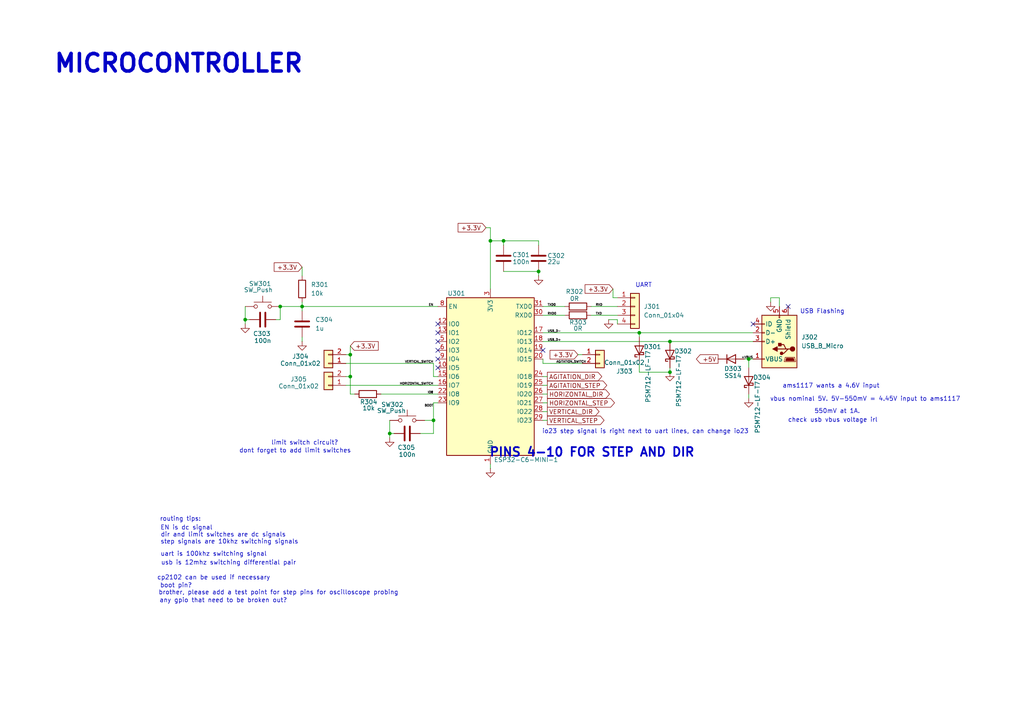
<source format=kicad_sch>
(kicad_sch (version 20250114) (generator "eeschema") (generator_version "9.0")
  (paper "A4")
  (lib_symbols
    (symbol "Connector:USB_B_Micro" (pin_names (offset 1.016))
      (property "Reference" "J" (at -5.08 11.43 0))
      (property "Value" "USB_B_Micro" (at -5.08 8.89 0))
      (symbol "USB_B_Micro_0_1"
        (rectangle (start -5.08 -7.62) (end 5.08 7.62) (stroke (width 0.254)) (fill (type background)))
        (polyline (pts (xy -4.699 5.842) (xy -4.699 5.588) (xy -4.445 4.826) (xy -4.445 4.572) (xy -1.651 4.572) (xy -1.651 4.826) (xy -1.397 5.588) (xy -1.397 5.842) (xy -4.699 5.842)))
        (polyline (pts (xy -4.318 5.588) (xy -1.778 5.588) (xy -2.032 4.826) (xy -4.064 4.826) (xy -4.318 5.588)) (fill (type outline)))
        (circle (center -3.81 2.159) (radius 0.635) (stroke (width 0.254)) (fill (type outline)))
        (polyline (pts (xy -3.175 2.159) (xy -2.54 2.159) (xy -1.27 3.429) (xy -0.635 3.429)) (stroke (width 0.254)))
        (polyline (pts (xy -2.54 2.159) (xy -1.905 2.159) (xy -1.27 0.889) (xy 0 0.889)) (stroke (width 0.254)))
        (polyline (pts (xy -1.905 2.159) (xy 0.635 2.159)) (stroke (width 0.254)))
        (circle (center -0.635 3.429) (radius 0.381) (stroke (width 0.254)) (fill (type outline)))
        (rectangle (start -0.127 -7.62) (end 0.127 -6.858))
        (rectangle (start 0.254 1.27) (end -0.508 0.508) (stroke (width 0.254)) (fill (type outline)))
        (polyline (pts (xy 0.635 2.794) (xy 0.635 1.524) (xy 1.905 2.159) (xy 0.635 2.794)) (stroke (width 0.254)) (fill (type outline)))
        (rectangle (start 5.08 4.953) (end 4.318 5.207))
        (rectangle (start 5.08 -0.127) (end 4.318 0.127))
        (rectangle (start 5.08 -2.667) (end 4.318 -2.413))
        (rectangle (start 5.08 -5.207) (end 4.318 -4.953))
      )
      (symbol "USB_B_Micro_1_1"
        (pin passive line (at -2.54 -10.16 90) (length 2.54) (name "Shield") (number "6"))
        (pin power_out line (at 0 -10.16 90) (length 2.54) (name "GND") (number "5"))
        (pin power_out line (at 7.62 5.08 180) (length 2.54) (name "VBUS") (number "1"))
        (pin bidirectional line (at 7.62 0 180) (length 2.54) (name "D+") (number "3"))
        (pin bidirectional line (at 7.62 -2.54 180) (length 2.54) (name "D-") (number "2"))
        (pin passive line (at 7.62 -5.08 180) (length 2.54) (name "ID") (number "4"))
      )
    )
    (symbol "Connector_Generic:Conn_01x02" (pin_names (offset 1.016) (hide yes))
      (property "Reference" "J" (at 0 2.54 0))
      (property "Value" "Conn_01x02" (at 0 -5.08 0))
      (symbol "Conn_01x02_1_1"
        (rectangle (start -1.27 1.27) (end 1.27 -3.81) (stroke (width 0.254)) (fill (type background)))
        (rectangle (start -1.27 0.127) (end 0 -0.127) (stroke (width 0.1524)))
        (rectangle (start -1.27 -2.413) (end 0 -2.667) (stroke (width 0.1524)))
        (pin passive line (at -5.08 0 0) (length 3.81) (name "Pin_1") (number "1"))
        (pin passive line (at -5.08 -2.54 0) (length 3.81) (name "Pin_2") (number "2"))
      )
    )
    (symbol "Connector_Generic:Conn_01x04" (pin_names (offset 1.016) (hide yes))
      (property "Reference" "J" (at 0 5.08 0))
      (property "Value" "Conn_01x04" (at 0 -7.62 0))
      (symbol "Conn_01x04_1_1"
        (rectangle (start -1.27 3.81) (end 1.27 -6.35) (stroke (width 0.254)) (fill (type background)))
        (rectangle (start -1.27 2.667) (end 0 2.413) (stroke (width 0.1524)))
        (rectangle (start -1.27 0.127) (end 0 -0.127) (stroke (width 0.1524)))
        (rectangle (start -1.27 -2.413) (end 0 -2.667) (stroke (width 0.1524)))
        (rectangle (start -1.27 -4.953) (end 0 -5.207) (stroke (width 0.1524)))
        (pin passive line (at -5.08 2.54 0) (length 3.81) (name "Pin_1") (number "1"))
        (pin passive line (at -5.08 0 0) (length 3.81) (name "Pin_2") (number "2"))
        (pin passive line (at -5.08 -2.54 0) (length 3.81) (name "Pin_3") (number "3"))
        (pin passive line (at -5.08 -5.08 0) (length 3.81) (name "Pin_4") (number "4"))
      )
    )
    (symbol "Device:C" (pin_numbers (hide yes)) (pin_names (offset 0.254))
      (property "Reference" "C" (at 0.635 2.54 0))
      (property "Value" "C" (at 0.635 -2.54 0))
      (symbol "C_0_1"
        (polyline (pts (xy -2.032 0.762) (xy 2.032 0.762)) (stroke (width 0.508)))
        (polyline (pts (xy -2.032 -0.762) (xy 2.032 -0.762)) (stroke (width 0.508)))
      )
      (symbol "C_1_1"
        (pin passive line (at 0 3.81 270) (length 2.794) (name "~") (number "1"))
        (pin passive line (at 0 -3.81 90) (length 2.794) (name "~") (number "2"))
      )
    )
    (symbol "Device:D" (pin_numbers (hide yes)) (pin_names (offset 1.016) (hide yes))
      (property "Reference" "D" (at 0 2.54 0))
      (property "Value" "D" (at 0 -2.54 0))
      (symbol "D_0_1"
        (polyline (pts (xy -1.27 1.27) (xy -1.27 -1.27)) (stroke (width 0.254)))
        (polyline (pts (xy 1.27 1.27) (xy 1.27 -1.27) (xy -1.27 0) (xy 1.27 1.27)) (stroke (width 0.254)))
        (polyline (pts (xy 1.27 0) (xy -1.27 0)))
      )
      (symbol "D_1_1"
        (pin passive line (at -3.81 0 0) (length 2.54) (name "K") (number "1"))
        (pin passive line (at 3.81 0 180) (length 2.54) (name "A") (number "2"))
      )
    )
    (symbol "Device:D_Schottky" (pin_numbers (hide yes)) (pin_names (offset 1.016) (hide yes))
      (property "Reference" "D" (at 0 2.54 0))
      (property "Value" "D_Schottky" (at 0 -2.54 0))
      (symbol "D_Schottky_0_1"
        (polyline (pts (xy -1.905 0.635) (xy -1.905 1.27) (xy -1.27 1.27) (xy -1.27 -1.27) (xy -0.635 -1.27) (xy -0.635 -0.635)) (stroke (width 0.254)))
        (polyline (pts (xy 1.27 1.27) (xy 1.27 -1.27) (xy -1.27 0) (xy 1.27 1.27)) (stroke (width 0.254)))
        (polyline (pts (xy 1.27 0) (xy -1.27 0)))
      )
      (symbol "D_Schottky_1_1"
        (pin passive line (at -3.81 0 0) (length 2.54) (name "K") (number "1"))
        (pin passive line (at 3.81 0 180) (length 2.54) (name "A") (number "2"))
      )
    )
    (symbol "Device:R" (pin_numbers (hide yes)) (pin_names (offset 0))
      (property "Reference" "R" (at 2.032 0 90))
      (property "Value" "R" (at 0 0 90))
      (symbol "R_0_1"
        (rectangle (start -1.016 -2.54) (end 1.016 2.54) (stroke (width 0.254)))
      )
      (symbol "R_1_1"
        (pin passive line (at 0 3.81 270) (length 1.27) (name "~") (number "1"))
        (pin passive line (at 0 -3.81 90) (length 1.27) (name "~") (number "2"))
      )
    )
    (symbol "RF_Module:ESP32-C6-MINI-1"
      (property "Reference" "U" (at -11.43 24.13 0))
      (property "Value" "ESP32-C6-MINI-1" (at 12.7 24.13 0))
      (symbol "ESP32-C6-MINI-1_0_1"
        (rectangle (start -12.7 22.86) (end 12.7 -22.86) (stroke (width 0.254)) (fill (type background)))
      )
      (symbol "ESP32-C6-MINI-1_1_1"
        (pin input line (at -15.24 20.32 0) (length 2.54) (name "EN") (number "8"))
        (pin bidirectional line (at -15.24 15.24 0) (length 2.54) (name "IO0") (number "12"))
        (pin bidirectional line (at -15.24 12.7 0) (length 2.54) (name "IO1") (number "13"))
        (pin bidirectional line (at -15.24 10.16 0) (length 2.54) (name "IO2") (number "5"))
        (pin bidirectional line (at -15.24 7.62 0) (length 2.54) (name "IO3") (number "6"))
        (pin bidirectional line (at -15.24 5.08 0) (length 2.54) (name "IO4") (number "9"))
        (pin bidirectional line (at -15.24 2.54 0) (length 2.54) (name "IO5") (number "10"))
        (pin bidirectional line (at -15.24 0 0) (length 2.54) (name "IO6") (number "15"))
        (pin bidirectional line (at -15.24 -2.54 0) (length 2.54) (name "IO7") (number "16"))
        (pin bidirectional line (at -15.24 -5.08 0) (length 2.54) (name "IO8") (number "22"))
        (pin bidirectional line (at -15.24 -7.62 0) (length 2.54) (name "IO9") (number "23"))
        (pin no_connect line (at -12.7 -12.7 0) (length 2.54) (hide yes) (name "NC") (number "32"))
        (pin no_connect line (at -12.7 -15.24 0) (length 2.54) (hide yes) (name "NC") (number "33"))
        (pin no_connect line (at -12.7 -17.78 0) (length 2.54) (hide yes) (name "NC") (number "34"))
        (pin no_connect line (at -12.7 -20.32 0) (length 2.54) (hide yes) (name "NC") (number "35"))
        (pin power_in line (at 0 25.4 270) (length 2.54) (name "3V3") (number "3"))
        (pin power_in line (at 0 -25.4 90) (length 2.54) (name "GND") (number "1"))
        (pin passive line (at 0 -25.4 90) (length 2.54) (hide yes) (name "GND") (number "11"))
        (pin passive line (at 0 -25.4 90) (length 2.54) (hide yes) (name "GND") (number "14"))
        (pin passive line (at 0 -25.4 90) (length 2.54) (hide yes) (name "GND") (number "2"))
        (pin passive line (at 0 -25.4 90) (length 2.54) (hide yes) (name "GND") (number "36"))
        (pin passive line (at 0 -25.4 90) (length 2.54) (hide yes) (name "GND") (number "37"))
        (pin passive line (at 0 -25.4 90) (length 2.54) (hide yes) (name "GND") (number "38"))
        (pin passive line (at 0 -25.4 90) (length 2.54) (hide yes) (name "GND") (number "39"))
        (pin passive line (at 0 -25.4 90) (length 2.54) (hide yes) (name "GND") (number "40"))
        (pin passive line (at 0 -25.4 90) (length 2.54) (hide yes) (name "GND") (number "41"))
        (pin passive line (at 0 -25.4 90) (length 2.54) (hide yes) (name "GND") (number "42"))
        (pin passive line (at 0 -25.4 90) (length 2.54) (hide yes) (name "GND") (number "43"))
        (pin passive line (at 0 -25.4 90) (length 2.54) (hide yes) (name "GND") (number "44"))
        (pin passive line (at 0 -25.4 90) (length 2.54) (hide yes) (name "GND") (number "45"))
        (pin passive line (at 0 -25.4 90) (length 2.54) (hide yes) (name "GND") (number "46"))
        (pin passive line (at 0 -25.4 90) (length 2.54) (hide yes) (name "GND") (number "47"))
        (pin passive line (at 0 -25.4 90) (length 2.54) (hide yes) (name "GND") (number "48"))
        (pin passive line (at 0 -25.4 90) (length 2.54) (hide yes) (name "GND") (number "49"))
        (pin passive line (at 0 -25.4 90) (length 2.54) (hide yes) (name "GND") (number "50"))
        (pin passive line (at 0 -25.4 90) (length 2.54) (hide yes) (name "GND") (number "51"))
        (pin passive line (at 0 -25.4 90) (length 2.54) (hide yes) (name "GND") (number "52"))
        (pin passive line (at 0 -25.4 90) (length 2.54) (hide yes) (name "GND") (number "53"))
        (pin no_connect line (at 12.7 -15.24 180) (length 2.54) (hide yes) (name "NC") (number "4"))
        (pin no_connect line (at 12.7 -17.78 180) (length 2.54) (hide yes) (name "NC") (number "7"))
        (pin no_connect line (at 12.7 -20.32 180) (length 2.54) (hide yes) (name "NC") (number "21"))
        (pin bidirectional line (at 15.24 20.32 180) (length 2.54) (name "TXD0") (number "31"))
        (pin bidirectional line (at 15.24 17.78 180) (length 2.54) (name "RXD0") (number "30"))
        (pin bidirectional line (at 15.24 12.7 180) (length 2.54) (name "IO12") (number "17"))
        (pin bidirectional line (at 15.24 10.16 180) (length 2.54) (name "IO13") (number "18"))
        (pin bidirectional line (at 15.24 7.62 180) (length 2.54) (name "IO14") (number "19"))
        (pin bidirectional line (at 15.24 5.08 180) (length 2.54) (name "IO15") (number "20"))
        (pin bidirectional line (at 15.24 0 180) (length 2.54) (name "IO18") (number "24"))
        (pin bidirectional line (at 15.24 -2.54 180) (length 2.54) (name "IO19") (number "25"))
        (pin bidirectional line (at 15.24 -5.08 180) (length 2.54) (name "IO20") (number "26"))
        (pin bidirectional line (at 15.24 -7.62 180) (length 2.54) (name "IO21") (number "27"))
        (pin bidirectional line (at 15.24 -10.16 180) (length 2.54) (name "IO22") (number "28"))
        (pin bidirectional line (at 15.24 -12.7 180) (length 2.54) (name "IO23") (number "29"))
      )
    )
    (symbol "Switch:SW_Push" (pin_numbers (hide yes)) (pin_names (offset 1.016) (hide yes))
      (property "Reference" "SW" (at 1.27 2.54 0))
      (property "Value" "SW_Push" (at 0 -1.524 0))
      (symbol "SW_Push_0_1"
        (circle (center -2.032 0) (radius 0.508))
        (polyline (pts (xy 0 1.27) (xy 0 3.048)))
        (circle (center 2.032 0) (radius 0.508))
        (polyline (pts (xy 2.54 1.27) (xy -2.54 1.27)))
        (pin passive line (at -5.08 0 0) (length 2.54) (name "1") (number "1"))
        (pin passive line (at 5.08 0 180) (length 2.54) (name "2") (number "2"))
      )
    )
    (symbol "power:GND" (power) (pin_numbers (hide yes)) (pin_names (offset 0) (hide yes))
      (property "Value" "GND" (at 0 -3.81 0))
      (symbol "GND_0_1"
        (polyline (pts (xy 0 0) (xy 0 -1.27) (xy 1.27 -1.27) (xy 0 -2.54) (xy -1.27 -1.27) (xy 0 -1.27)))
      )
      (symbol "GND_1_1"
        (pin power_in line (at 0 0 270) (length 0) (name "~") (number "1"))
      )
    )
  )
  (text "MICROCONTROLLER" (at 51.816 18.542 0) (effects (font (size 5.08 5.08) (thickness 1.016) (bold yes))))
  (text "check usb vbus voltage irl" (at 241.554 121.92 0) (effects (font (size 1.27 1.27))))
  (text "any gpio that need to be broken out?" (at 64.77 174.244 0) (effects (font (size 1.27 1.27))))
  (text "dont forget to add limit switches" (at 85.598 130.81 0) (effects (font (size 1.27 1.27))))
  (text "UART" (at 186.69 82.804 0) (effects (font (size 1.27 1.27))))
  (text "dir and limit switches are dc signals" (at 64.77 155.194 0) (effects (font (size 1.27 1.27))))
  (text "cp2102 can be used if necessary" (at 61.976 167.64 0) (effects (font (size 1.27 1.27))))
  (text "vbus nominal 5V. 5V-550mV = 4.45V input to ams1117" (at 250.952 115.824 0) (effects (font (size 1.27 1.27))))
  (text "USB Flashing" (at 238.506 90.424 0) (effects (font (size 1.27 1.27))))
  (text "PINS 4-10 FOR STEP AND DIR" (at 171.704 131.318 0) (effects (font (size 2.54 2.54) (thickness 0.508) (bold yes))))
  (text "routing tips:" (at 52.324 150.622 0) (effects (font (size 1.27 1.27))))
  (text "550mV at 1A." (at 242.824 119.38 0) (effects (font (size 1.27 1.27))))
  (text "io23 step signal is right next to uart lines, can change io23" (at 187.198 125.222 0) (effects (font (size 1.27 1.27))))
  (text "EN is dc signal" (at 54.102 153.162 0) (effects (font (size 1.27 1.27))))
  (text "step signals are 10khz switching signals" (at 66.548 157.226 0) (effects (font (size 1.27 1.27))))
  (text "boot pin?" (at 51.054 169.926 0) (effects (font (size 1.27 1.27))))
  (text "brother, please add a test point for step pins for oscilloscope probing" (at 80.772 171.958 0) (effects (font (size 1.27 1.27))))
  (text "limit switch circuit?" (at 88.392 128.524 0) (effects (font (size 1.27 1.27))))
  (text "ams1117 wants a 4.6V input" (at 241.046 112.014 0) (effects (font (size 1.27 1.27))))
  (text "usb is 12mhz switching differential pair" (at 66.294 163.322 0) (effects (font (size 1.27 1.27))))
  (text "uart is 100khz switching signal" (at 61.976 160.782 0) (effects (font (size 1.27 1.27))))
  (junction (at 71.12 92.71))
  (junction (at 185.42 96.52))
  (junction (at 217.17 104.14))
  (junction (at 146.05 69.85))
  (junction (at 101.6 109.22))
  (junction (at 194.31 107.95))
  (junction (at 142.24 69.85))
  (junction (at 194.31 99.06))
  (junction (at 125.73 121.92))
  (junction (at 101.6 102.87))
  (junction (at 81.28 88.9))
  (junction (at 87.63 88.9))
  (junction (at 113.03 125.73))
  (junction (at 156.21 78.74))
  (no_connect (at 127 104.14))
  (no_connect (at 127 93.98))
  (no_connect (at 228.6 88.9))
  (no_connect (at 127 99.06))
  (no_connect (at 157.48 101.6))
  (no_connect (at 127 101.6))
  (no_connect (at 218.44 93.98))
  (no_connect (at 127 96.52))
  (no_connect (at 127 106.68))
  (wire (pts (xy 80.01 92.71) (xy 81.28 92.71)))
  (wire (pts (xy 223.52 86.36) (xy 223.52 87.63)))
  (wire (pts (xy 100.33 109.22) (xy 101.6 109.22)))
  (wire (pts (xy 125.73 121.92) (xy 125.73 125.73)))
  (wire (pts (xy 87.63 88.9) (xy 127 88.9)))
  (wire (pts (xy 171.45 91.44) (xy 179.07 91.44)))
  (wire (pts (xy 179.07 86.36) (xy 177.8 86.36)))
  (wire (pts (xy 110.49 114.3) (xy 127 114.3)))
  (wire (pts (xy 101.6 114.3) (xy 101.6 109.22)))
  (wire (pts (xy 142.24 66.04) (xy 142.24 69.85)))
  (wire (pts (xy 71.12 92.71) (xy 71.12 93.98)))
  (wire (pts (xy 157.48 105.41) (xy 168.91 105.41)))
  (wire (pts (xy 142.24 83.82) (xy 142.24 69.85)))
  (wire (pts (xy 127 116.84) (xy 125.73 116.84)))
  (wire (pts (xy 81.28 88.9) (xy 87.63 88.9)))
  (wire (pts (xy 157.48 111.76) (xy 158.75 111.76)))
  (wire (pts (xy 226.06 88.9) (xy 226.06 86.36)))
  (wire (pts (xy 217.17 104.14) (xy 217.17 106.68)))
  (wire (pts (xy 167.64 102.87) (xy 168.91 102.87)))
  (wire (pts (xy 185.42 96.52) (xy 218.44 96.52)))
  (wire (pts (xy 87.63 88.9) (xy 87.63 90.17)))
  (wire (pts (xy 100.33 102.87) (xy 101.6 102.87)))
  (wire (pts (xy 157.48 116.84) (xy 158.75 116.84)))
  (wire (pts (xy 125.73 121.92) (xy 123.19 121.92)))
  (wire (pts (xy 179.07 92.71) (xy 176.53 92.71)))
  (wire (pts (xy 157.48 109.22) (xy 158.75 109.22)))
  (wire (pts (xy 125.73 116.84) (xy 125.73 121.92)))
  (wire (pts (xy 156.21 71.12) (xy 156.21 69.85)))
  (wire (pts (xy 125.73 125.73) (xy 121.92 125.73)))
  (wire (pts (xy 157.48 88.9) (xy 163.83 88.9)))
  (wire (pts (xy 226.06 86.36) (xy 223.52 86.36)))
  (wire (pts (xy 146.05 69.85) (xy 146.05 71.12)))
  (wire (pts (xy 185.42 107.95) (xy 194.31 107.95)))
  (wire (pts (xy 194.31 99.06) (xy 218.44 99.06)))
  (wire (pts (xy 101.6 100.33) (xy 101.6 102.87)))
  (wire (pts (xy 87.63 87.63) (xy 87.63 88.9)))
  (wire (pts (xy 113.03 125.73) (xy 113.03 121.92)))
  (wire (pts (xy 72.39 92.71) (xy 71.12 92.71)))
  (wire (pts (xy 146.05 69.85) (xy 142.24 69.85)))
  (wire (pts (xy 87.63 77.47) (xy 87.63 80.01)))
  (wire (pts (xy 194.31 106.68) (xy 194.31 107.95)))
  (wire (pts (xy 156.21 69.85) (xy 146.05 69.85)))
  (wire (pts (xy 157.48 114.3) (xy 158.75 114.3)))
  (wire (pts (xy 142.24 134.62) (xy 142.24 135.89)))
  (wire (pts (xy 179.07 93.98) (xy 179.07 92.71)))
  (wire (pts (xy 100.33 111.76) (xy 127 111.76)))
  (wire (pts (xy 217.17 104.14) (xy 218.44 104.14)))
  (wire (pts (xy 156.21 78.74) (xy 156.21 80.01)))
  (wire (pts (xy 114.3 125.73) (xy 113.03 125.73)))
  (wire (pts (xy 157.48 121.92) (xy 158.75 121.92)))
  (wire (pts (xy 140.97 66.04) (xy 142.24 66.04)))
  (wire (pts (xy 171.45 88.9) (xy 179.07 88.9)))
  (wire (pts (xy 101.6 114.3) (xy 102.87 114.3)))
  (wire (pts (xy 81.28 92.71) (xy 81.28 88.9)))
  (wire (pts (xy 177.8 83.82) (xy 177.8 86.36)))
  (wire (pts (xy 100.33 105.41) (xy 125.73 105.41)))
  (wire (pts (xy 87.63 97.79) (xy 87.63 99.06)))
  (wire (pts (xy 125.73 109.22) (xy 127 109.22)))
  (wire (pts (xy 157.48 96.52) (xy 185.42 96.52)))
  (wire (pts (xy 157.48 91.44) (xy 163.83 91.44)))
  (wire (pts (xy 185.42 105.41) (xy 185.42 107.95)))
  (wire (pts (xy 217.17 114.3) (xy 217.17 115.57)))
  (wire (pts (xy 157.48 119.38) (xy 158.75 119.38)))
  (wire (pts (xy 146.05 78.74) (xy 156.21 78.74)))
  (wire (pts (xy 157.48 99.06) (xy 194.31 99.06)))
  (wire (pts (xy 71.12 92.71) (xy 71.12 88.9)))
  (wire (pts (xy 215.9 104.14) (xy 217.17 104.14)))
  (wire (pts (xy 101.6 102.87) (xy 101.6 109.22)))
  (wire (pts (xy 157.48 104.14) (xy 157.48 105.41)))
  (wire (pts (xy 185.42 96.52) (xy 185.42 97.79)))
  (wire (pts (xy 113.03 125.73) (xy 113.03 127)))
  (wire (pts (xy 125.73 105.41) (xy 125.73 109.22)))
  (label "AGITATION_SWITCH" (at 161.29 105.41 0) (effects (font (size 0.635 0.635))))
  (label "VERTICAL_SWITCH" (at 125.73 105.41 180) (effects (font (size 0.635 0.635))))
  (label "+VBUS" (at 218.44 104.14 180) (effects (font (size 0.635 0.635))))
  (label "USB_D+" (at 158.75 99.06 0) (effects (font (size 0.635 0.635))))
  (label "HORIZONTAL_SWITCH" (at 125.73 111.76 180) (effects (font (size 0.635 0.635))))
  (label "BOOT" (at 125.73 118.11 180) (effects (font (size 0.635 0.635))))
  (label "TXD0" (at 158.75 88.9 0) (effects (font (size 0.635 0.635))))
  (label "IO8" (at 125.73 114.3 180) (effects (font (size 0.635 0.635))))
  (label "RXD" (at 172.72 88.9 0) (effects (font (size 0.635 0.635))))
  (label "RXD0" (at 158.75 91.44 0) (effects (font (size 0.635 0.635))))
  (label "EN" (at 125.73 88.9 180) (effects (font (size 0.635 0.635))))
  (label "USB_D-" (at 158.75 96.52 0) (effects (font (size 0.635 0.635))))
  (label "TXD" (at 172.72 91.44 0) (effects (font (size 0.635 0.635))))
  (global_label "+3.3V" (shape input) (at 177.8 83.82 180) (property "Intersheetrefs" "${INTERSHEET_REFS}" (effects (hide yes))))
  (global_label "+3.3V" (shape input) (at 101.6 100.33 0) (property "Intersheetrefs" "${INTERSHEET_REFS}" (effects (hide yes))))
  (global_label "HORIZONTAL_DIR" (shape output) (at 158.75 114.3 0) (property "Intersheetrefs" "${INTERSHEET_REFS}" (effects (hide yes))))
  (global_label "+3.3V" (shape input) (at 140.97 66.04 180) (property "Intersheetrefs" "${INTERSHEET_REFS}" (effects (hide yes))))
  (global_label "HORIZONTAL_STEP" (shape output) (at 158.75 116.84 0) (property "Intersheetrefs" "${INTERSHEET_REFS}" (effects (hide yes))))
  (global_label "+3.3V" (shape input) (at 167.64 102.87 180) (property "Intersheetrefs" "${INTERSHEET_REFS}" (effects (hide yes))))
  (global_label "VERTICAL_DIR" (shape output) (at 158.75 119.38 0) (property "Intersheetrefs" "${INTERSHEET_REFS}" (effects (hide yes))))
  (global_label "AGITATION_STEP" (shape output) (at 158.75 111.76 0) (property "Intersheetrefs" "${INTERSHEET_REFS}" (effects (hide yes))))
  (global_label "AGITATION_DIR" (shape output) (at 158.75 109.22 0) (property "Intersheetrefs" "${INTERSHEET_REFS}" (effects (hide yes))))
  (global_label "+5V" (shape output) (at 208.28 104.14 180) (property "Intersheetrefs" "${INTERSHEET_REFS}" (effects (hide yes))))
  (global_label "VERTICAL_STEP" (shape output) (at 158.75 121.92 0) (property "Intersheetrefs" "${INTERSHEET_REFS}" (effects (hide yes))))
  (global_label "+3.3V" (shape input) (at 87.63 77.47 180) (property "Intersheetrefs" "${INTERSHEET_REFS}" (effects (hide yes))))
  (symbol (lib_id "Device:R") (at 167.64 88.9 90) (unit 1)
    (property "Reference" "R302" (at 166.624 84.582 90))
    (property "Value" "0R" (at 166.624 86.614 90))
    (property "Footprint" "Resistor_SMD:R_0603_1608Metric" (effects (hide yes)))
    (property "Description" "Resistor" (effects (hide yes)))
    (property "Manufacturer" "UNI-ROYAL(Uniroyal Elec)" (effects (hide yes)))
    (property "MPN" "0603WAF0000T5E" (effects (hide yes)))
    (property "LCSC Part Number" "C21189" (effects (hide yes)))
  )
  (symbol (lib_id "Device:C") (at 87.63 93.98 0) (unit 1)
    (property "Reference" "C304" (at 91.44 92.7099 0) (effects (justify left)))
    (property "Value" "1u" (at 91.44 95.2499 0) (effects (justify left)))
    (property "Footprint" "Capacitor_SMD:C_0402_1005Metric" (effects (hide yes)))
    (property "Description" "Unpolarized capacitor" (effects (hide yes)))
    (property "Manufacturer" "Samsung Electro-Mechanics" (effects (hide yes)))
    (property "MPN" "CL05A105KA5NQNC" (effects (hide yes)))
    (property "LCSC Part Number" "C52923" (effects (hide yes)))
  )
  (symbol (lib_id "Device:D_Schottky") (at 194.31 102.87 90) (unit 1)
    (property "Reference" "D302" (at 195.58 101.854 90) (effects (justify right)))
    (property "Value" "PSM712-LF-T7" (at 196.85 102.87 0) (effects (justify right)))
    (property "Footprint" "Package_TO_SOT_SMD:SOT-23" (effects (hide yes)))
    (property "Description" "Schottky diode" (effects (hide yes)))
    (property "Manufacturer" "ProTek Devices" (effects (hide yes)))
    (property "MPN" "PSM712-LF-T7" (effects (hide yes)))
    (property "LCSC Part Number" "C32677" (effects (hide yes)))
  )
  (symbol (lib_id "Device:R") (at 167.64 91.44 90) (unit 1)
    (property "Reference" "R303" (at 167.64 93.472 90))
    (property "Value" "0R" (at 167.64 95.25 90))
    (property "Footprint" "Resistor_SMD:R_0603_1608Metric" (effects (hide yes)))
    (property "Description" "Resistor" (effects (hide yes)))
    (property "Manufacturer" "UNI-ROYAL(Uniroyal Elec)" (effects (hide yes)))
    (property "MPN" "0603WAF0000T5E" (effects (hide yes)))
    (property "LCSC Part Number" "C21189" (effects (hide yes)))
  )
  (symbol (lib_id "power:GND") (at 223.52 87.63 0) (unit 1)
    (property "Reference" "#PWR0305" (effects (hide yes)))
    (property "Value" "GND" (effects (hide yes)))
    (property "Description" "Power symbol creates a global label with name \"GND\" , ground" (effects (hide yes)))
  )
  (symbol (lib_id "Device:C") (at 146.05 74.93 180) (unit 1)
    (property "Reference" "C301" (at 151.13 73.914 0))
    (property "Value" "100n" (at 151.13 75.946 0))
    (property "Footprint" "Capacitor_SMD:C_0402_1005Metric" (effects (hide yes)))
    (property "Description" "Unpolarized capacitor" (effects (hide yes)))
    (property "Manufacturer" "Samsung Electro-Mechanics" (effects (hide yes)))
    (property "MPN" "CL05B104KO5NNNC" (effects (hide yes)))
    (property "LCSC Part Number" "C1525" (effects (hide yes)))
  )
  (symbol (lib_id "power:GND") (at 217.17 115.57 0) (unit 1)
    (property "Reference" "#PWR0312" (effects (hide yes)))
    (property "Value" "GND" (effects (hide yes)))
    (property "Description" "Power symbol creates a global label with name \"GND\" , ground" (effects (hide yes)))
  )
  (symbol (lib_id "power:GND") (at 176.53 92.71 0) (unit 1)
    (property "Reference" "#PWR0306" (effects (hide yes)))
    (property "Value" "GND" (effects (hide yes)))
    (property "Description" "Power symbol creates a global label with name \"GND\" , ground" (effects (hide yes)))
  )
  (symbol (lib_id "Switch:SW_Push") (at 118.11 121.92 0) (unit 1)
    (property "Reference" "SW302" (at 113.792 117.348 0))
    (property "Value" "SW_Push" (at 113.538 119.126 0))
    (property "Footprint" "Button_Switch_SMD:SW_Push_1P1T_XKB_TS-1187A" (effects (hide yes)))
    (property "Description" "Push button switch, generic, two pins" (effects (hide yes)))
    (property "Manufacturer" "XKB Connection" (effects (hide yes)))
    (property "MPN" "TS-1187A-B-A-B" (effects (hide yes)))
    (property "LCSC Part Number" "C318884" (effects (hide yes)))
  )
  (symbol (lib_id "Device:R") (at 87.63 83.82 0) (unit 1)
    (property "Reference" "R301" (at 90.17 82.5499 0) (effects (justify left)))
    (property "Value" "10k" (at 90.17 85.0899 0) (effects (justify left)))
    (property "Footprint" "Resistor_SMD:R_0603_1608Metric" (effects (hide yes)))
    (property "Description" "Resistor" (effects (hide yes)))
    (property "Manufacturer" "UNI-ROYAL(Uniroyal Elec)" (effects (hide yes)))
    (property "MPN" "0603WAF1002T5E" (effects (hide yes)))
    (property "LCSC Part Number" "C25804" (effects (hide yes)))
  )
  (symbol (lib_id "Connector_Generic:Conn_01x02") (at 95.25 105.41 180) (unit 1) (in_bom no)
    (property "Reference" "J304" (at 87.122 103.378 0))
    (property "Value" "Conn_01x02" (at 87.122 105.41 0))
    (property "Footprint" "Connector_PinHeader_2.54mm:PinHeader_1x02_P2.54mm_Vertical" (effects (hide yes)))
    (property "Description" "Generic connector, single row, 01x02, script generated (kicad-library-utils/schlib/autogen/connector/)" (effects (hide yes)))
  )
  (symbol (lib_id "Device:R") (at 106.68 114.3 90) (unit 1)
    (property "Reference" "R304" (at 106.934 116.586 90))
    (property "Value" "10k" (at 106.934 118.364 90))
    (property "Footprint" "Resistor_SMD:R_0603_1608Metric" (effects (hide yes)))
    (property "Description" "Resistor" (effects (hide yes)))
    (property "Manufacturer" "UNI-ROYAL(Uniroyal Elec)" (effects (hide yes)))
    (property "MPN" "0603WAF1002T5E" (effects (hide yes)))
    (property "LCSC Part Number" "C25804" (effects (hide yes)))
  )
  (symbol (lib_id "Device:C") (at 118.11 125.73 90) (unit 1)
    (property "Reference" "C305" (at 117.856 129.794 90))
    (property "Value" "100n" (at 118.11 131.826 90))
    (property "Footprint" "Capacitor_SMD:C_0402_1005Metric" (effects (hide yes)))
    (property "Description" "Unpolarized capacitor" (effects (hide yes)))
    (property "Manufacturer" "Samsung Electro-Mechanics" (effects (hide yes)))
    (property "MPN" "CL05B104KO5NNNC" (effects (hide yes)))
    (property "LCSC Part Number" "C1525" (effects (hide yes)))
  )
  (symbol (lib_id "Connector:USB_B_Micro") (at 226.06 99.06 180) (unit 1)
    (property "Reference" "J302" (at 232.41 97.7899 0) (effects (justify right)))
    (property "Value" "USB_B_Micro" (at 232.41 100.3299 0) (effects (justify right)))
    (property "Footprint" "Connector_USB:USB_Micro-B_Molex-105017-0001" (effects (hide yes)))
    (property "Description" "USB Micro Type B connector" (effects (hide yes)))
    (property "Manufacturer" "SHOU HAN" (effects (hide yes)))
    (property "MPN" "MicroXNJ" (effects (hide yes)))
    (property "LCSC Part Number" "C404969" (effects (hide yes)))
  )
  (symbol (lib_id "RF_Module:ESP32-C6-MINI-1") (at 142.24 109.22 0) (unit 1)
    (property "Reference" "U301" (at 129.794 85.09 0) (effects (justify left)))
    (property "Value" "ESP32-C6-MINI-1" (at 143.256 133.35 0) (effects (justify left)))
    (property "Footprint" "Espressif:ESP32-C6-MINI-1U" (effects (hide yes)))
    (property "Datasheet" "https://www.espressif.com/sites/default/files/documentation/esp32-c6-mini-1_mini-1u_datasheet_en.pdf" (effects (hide yes)))
    (property "Description" "RF Module, ESP32-C6 SoC, Wi-Fi 802.11b/g/n/ax, Bluetooth, BLE, Zigbee, Thread, 32-bit, 3.3V, SMD, onboard antenna" (effects (hide yes)))
    (property "Manufacturer" "Espressif Systems" (effects (hide yes)))
    (property "MPN" "ESP32-C6-MINI-1U-H4" (effects (hide yes)))
    (property "LCSC Part Number" "C20627095" (effects (hide yes)))
  )
  (symbol (lib_id "Device:C") (at 156.21 74.93 0) (unit 1)
    (property "Reference" "C302" (at 158.75 74.168 0) (effects (justify left)))
    (property "Value" "22u" (at 158.75 75.946 0) (effects (justify left)))
    (property "Footprint" "Capacitor_SMD:C_0603_1608Metric" (effects (hide yes)))
    (property "Description" "Unpolarized capacitor" (effects (hide yes)))
    (property "Manufacturer" "Samsung Electro-Mechanics" (effects (hide yes)))
    (property "MPN" "CL21A226MAQNNNE" (effects (hide yes)))
    (property "LCSC Part Number" "C45783" (effects (hide yes)))
  )
  (symbol (lib_id "Device:D_Schottky") (at 185.42 101.6 90) (unit 1)
    (property "Reference" "D301" (at 186.69 100.584 90) (effects (justify right)))
    (property "Value" "PSM712-LF-T7" (at 187.96 101.6 0) (effects (justify right)))
    (property "Footprint" "Package_TO_SOT_SMD:SOT-23" (effects (hide yes)))
    (property "Description" "Schottky diode" (effects (hide yes)))
    (property "Manufacturer" "ProTek Devices" (effects (hide yes)))
    (property "MPN" "PSM712-LF-T7" (effects (hide yes)))
    (property "LCSC Part Number" "C32677" (effects (hide yes)))
  )
  (symbol (lib_id "Device:D_Schottky") (at 217.17 110.49 90) (unit 1)
    (property "Reference" "D304" (at 218.44 109.474 90) (effects (justify right)))
    (property "Value" "PSM712-LF-T7" (at 219.71 110.49 0) (effects (justify right)))
    (property "Footprint" "Package_TO_SOT_SMD:SOT-23" (effects (hide yes)))
    (property "Description" "Schottky diode" (effects (hide yes)))
    (property "Manufacturer" "ProTek Devices" (effects (hide yes)))
    (property "MPN" "PSM712-LF-T7" (effects (hide yes)))
    (property "LCSC Part Number" "C32677" (effects (hide yes)))
  )
  (symbol (lib_id "power:GND") (at 87.63 99.06 0) (unit 1)
    (property "Reference" "#PWR0308" (effects (hide yes)))
    (property "Value" "GND" (effects (hide yes)))
    (property "Description" "Power symbol creates a global label with name \"GND\" , ground" (effects (hide yes)))
  )
  (symbol (lib_id "power:GND") (at 71.12 93.98 0) (unit 1)
    (property "Reference" "#PWR0307" (effects (hide yes)))
    (property "Value" "GND" (effects (hide yes)))
    (property "Description" "Power symbol creates a global label with name \"GND\" , ground" (effects (hide yes)))
  )
  (symbol (lib_id "power:GND") (at 194.31 107.95 0) (unit 1)
    (property "Reference" "#PWR0311" (effects (hide yes)))
    (property "Value" "GND" (effects (hide yes)))
    (property "Description" "Power symbol creates a global label with name \"GND\" , ground" (effects (hide yes)))
  )
  (symbol (lib_id "Connector_Generic:Conn_01x02") (at 95.25 111.76 180) (unit 1) (in_bom no)
    (property "Reference" "J305" (at 86.614 109.982 0))
    (property "Value" "Conn_01x02" (at 86.614 112.014 0))
    (property "Footprint" "Connector_PinHeader_2.54mm:PinHeader_1x02_P2.54mm_Vertical" (effects (hide yes)))
    (property "Description" "Generic connector, single row, 01x02, script generated (kicad-library-utils/schlib/autogen/connector/)" (effects (hide yes)))
  )
  (symbol (lib_id "power:GND") (at 113.03 127 0) (unit 1)
    (property "Reference" "#PWR0313" (effects (hide yes)))
    (property "Value" "GND" (effects (hide yes)))
    (property "Description" "Power symbol creates a global label with name \"GND\" , ground" (effects (hide yes)))
  )
  (symbol (lib_id "power:GND") (at 156.21 80.01 0) (unit 1)
    (property "Reference" "#PWR0303" (effects (hide yes)))
    (property "Value" "GND" (effects (hide yes)))
    (property "Description" "Power symbol creates a global label with name \"GND\" , ground" (effects (hide yes)))
  )
  (symbol (lib_id "Device:D") (at 212.09 104.14 0) (unit 1)
    (property "Reference" "D303" (at 212.598 106.934 0))
    (property "Value" "SS14" (at 212.598 108.966 0))
    (property "Footprint" "Diode_SMD:D_SMA" (effects (hide yes)))
    (property "Description" "Diode" (effects (hide yes)))
    (property "Sim.Device" "D" (effects (hide yes)))
    (property "Sim.Pins" "1=K 2=A" (effects (hide yes)))
    (property "Manufacturer" "MDD(Microdiode Semiconductor)" (effects (hide yes)))
    (property "MPN" "SS14" (effects (hide yes)))
    (property "LCSC Part Number" "C2480" (effects (hide yes)))
  )
  (symbol (lib_id "Connector_Generic:Conn_01x04") (at 184.15 88.9 0) (unit 1) (in_bom no)
    (property "Reference" "J301" (at 186.69 88.8999 0) (effects (justify left)))
    (property "Value" "Conn_01x04" (at 186.69 91.4399 0) (effects (justify left)))
    (property "Footprint" "Connector_PinHeader_2.54mm:PinHeader_1x04_P2.54mm_Vertical" (effects (hide yes)))
    (property "Description" "Generic connector, single row, 01x04, script generated (kicad-library-utils/schlib/autogen/connector/)" (effects (hide yes)))
  )
  (symbol (lib_id "Device:C") (at 76.2 92.71 90) (unit 1)
    (property "Reference" "C303" (at 75.946 96.774 90))
    (property "Value" "100n" (at 76.2 98.806 90))
    (property "Footprint" "Capacitor_SMD:C_0402_1005Metric" (effects (hide yes)))
    (property "Description" "Unpolarized capacitor" (effects (hide yes)))
    (property "Manufacturer" "Samsung Electro-Mechanics" (effects (hide yes)))
    (property "MPN" "CL05B104KO5NNNC" (effects (hide yes)))
    (property "LCSC Part Number" "C1525" (effects (hide yes)))
  )
  (symbol (lib_id "power:GND") (at 142.24 135.89 0) (unit 1)
    (property "Reference" "#PWR0314" (effects (hide yes)))
    (property "Value" "GND" (effects (hide yes)))
    (property "Description" "Power symbol creates a global label with name \"GND\" , ground" (effects (hide yes)))
  )
  (symbol (lib_id "Connector_Generic:Conn_01x02") (at 173.99 102.87 0) (unit 1) (in_bom no)
    (property "Reference" "J303" (at 181.102 107.696 0))
    (property "Value" "Conn_01x02" (at 181.102 105.156 0))
    (property "Footprint" "Connector_PinHeader_2.54mm:PinHeader_1x02_P2.54mm_Vertical" (effects (hide yes)))
    (property "Description" "Generic connector, single row, 01x02, script generated (kicad-library-utils/schlib/autogen/connector/)" (effects (hide yes)))
  )
  (symbol (lib_id "Switch:SW_Push") (at 76.2 88.9 0) (unit 1)
    (property "Reference" "SW301" (at 75.438 82.296 0))
    (property "Value" "SW_Push" (at 74.93 84.074 0))
    (property "Footprint" "Button_Switch_SMD:SW_Push_1P1T_XKB_TS-1187A" (effects (hide yes)))
    (property "Description" "Push button switch, generic, two pins" (effects (hide yes)))
    (property "Manufacturer" "XKB Connection" (effects (hide yes)))
    (property "MPN" "TS-1187A-B-A-B" (effects (hide yes)))
    (property "LCSC Part Number" "C318884" (effects (hide yes)))
  )
)
</source>
